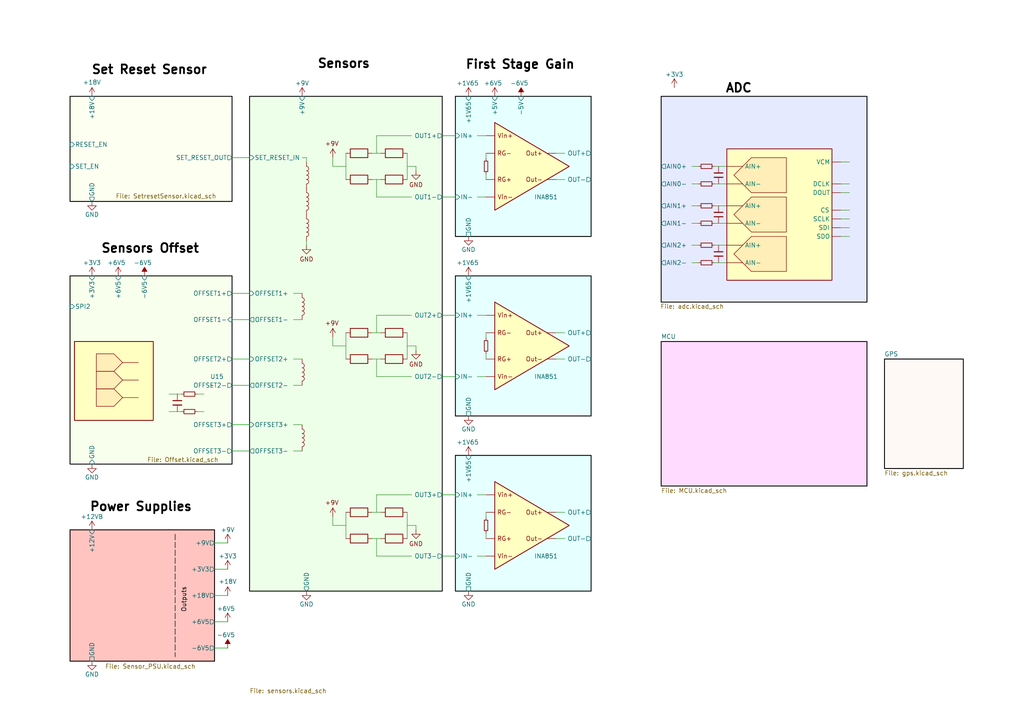
<source format=kicad_sch>
(kicad_sch (version 20250114) (generator "eeschema") (generator_version "9.0")
  (paper "A4")
  (lib_symbols
    (symbol "9V_PSU_2"
      (property "Reference" "U" (at 2.54 -6.604 0))
      (symbol "9V_PSU_2_1_1"
        (rectangle (start -5.08 3.81) (end 5.08 -3.81) (stroke (width 0.254)) (fill (type background)))
        (pin power_in line (at -7.62 0 0) (length 2.54) (name "Vin") (number ""))
        (pin power_out line (at 7.62 0 180) (length 2.54) (name "Vout") (number ""))
      )
    )
    (symbol "DAC_simple_1" (pin_numbers (hide yes)) (pin_names (offset 0) (hide yes)) (in_bom no) (on_board no)
      (property "Reference" "U" (at 1.27 12.7 0))
      (symbol "DAC_simple_1_1_1"
        (rectangle (start -8.89 11.43) (end 13.97 -11.43) (stroke (width 0.254)) (fill (type background)))
        (polyline (pts (xy 2.54 2.794) (xy -2.54 2.794) (xy -2.54 7.874) (xy 2.54 7.874) (xy 5.08 5.334) (xy 2.54 2.794)) (stroke (width 0.1524)) (fill (type color) (color 255 195 154 0.27)))
        (polyline (pts (xy 2.54 -2.286) (xy -2.54 -2.286) (xy -2.54 2.794) (xy 2.54 2.794) (xy 5.08 0.254) (xy 2.54 -2.286)) (stroke (width 0.1524)) (fill (type color) (color 255 195 154 0.27)))
        (polyline (pts (xy 2.54 -7.366) (xy -2.54 -7.366) (xy -2.54 -2.286) (xy 2.54 -2.286) (xy 5.08 -4.826) (xy 2.54 -7.366)) (stroke (width 0.1524)) (fill (type color) (color 255 195 154 0.27)))
        (polyline (pts (xy 5.08 5.334) (xy 9.652 5.334)))
        (polyline (pts (xy 5.08 0.254) (xy 9.652 0.254)))
        (polyline (pts (xy 5.08 -4.826) (xy 9.652 -4.826)))
        (polyline (pts (xy 18.542 -3.81) (xy 22.225 -3.81)) (stroke (width 0) (color 53 146 42 1)))
        (polyline (pts (xy 18.542 -8.89) (xy 22.225 -8.89)) (stroke (width 0) (color 53 146 42 1)))
        (polyline (pts (xy 20.955 -5.715) (xy 20.955 -3.81)))
        (polyline (pts (xy 20.955 -8.89) (xy 20.955 -6.985)))
        (polyline (pts (xy 22.225 -5.715) (xy 19.685 -5.715)) (stroke (width 0.3048)))
        (polyline (pts (xy 22.225 -6.985) (xy 19.685 -6.985)) (stroke (width 0.3048)))
        (polyline (pts (xy 22.86 -3.81) (xy 22.225 -3.81)))
        (polyline (pts (xy 22.86 -8.89) (xy 22.225 -8.89)))
        (rectangle (start 26.035 -4.445) (end 22.86 -3.175) (stroke (width 0.2032)))
        (rectangle (start 26.035 -9.525) (end 22.86 -8.255) (stroke (width 0.2032)))
        (polyline (pts (xy 26.67 -3.81) (xy 26.035 -3.81)))
        (polyline (pts (xy 26.67 -3.81) (xy 28.702 -3.81)) (stroke (width 0) (color 53 146 42 1)))
        (polyline (pts (xy 26.67 -8.89) (xy 26.035 -8.89)))
        (polyline (pts (xy 26.67 -8.89) (xy 28.702 -8.89)) (stroke (width 0) (color 53 146 42 1)))
      )
    )
    (symbol "INA851_simple_1" (pin_numbers (hide yes)) (in_bom no) (on_board no)
      (property "Value" "INA851" (at 11.43 -8.89 0))
      (symbol "INA851_simple_1_0_1"
        (polyline (pts (xy 0 8.89) (xy -2.54 8.89)))
        (polyline (pts (xy 0 3.81) (xy -2.54 3.81)))
        (polyline (pts (xy 0 -3.81) (xy -2.54 -3.81)))
        (polyline (pts (xy 0 -8.89) (xy -2.54 -8.89)))
        (polyline (pts (xy 17.78 3.81) (xy 15.24 3.81)))
        (polyline (pts (xy 17.78 -3.81) (xy 15.24 -3.81)))
      )
      (symbol "INA851_simple_1_1_1"
        (polyline (pts (xy -5.08 8.89) (xy -2.54 8.89)) (stroke (width 0) (color 53 146 42 1)))
        (polyline (pts (xy -5.08 -8.89) (xy -2.54 -8.89)) (stroke (width 0) (color 53 146 42 1)))
        (rectangle (start -3.048 1.524) (end -2.032 -1.524) (stroke (width 0.2032)))
        (polyline (pts (xy -2.54 1.524) (xy -2.54 2.286)))
        (polyline (pts (xy -2.54 -2.286) (xy -2.54 -1.524)))
        (polyline (pts (xy -2.54 -2.286) (xy -2.54 -3.81)) (stroke (width 0) (color 53 146 42 1)))
        (polyline (pts (xy -2.5399 3.81) (xy -2.5399 2.286)) (stroke (width 0) (color 53 146 42 1)))
        (polyline (pts (xy 0 12.7) (xy 21.59 0) (xy 0 -12.7) (xy 0 12.7)) (stroke (width 0.254)) (fill (type background)))
        (polyline (pts (xy 17.78 -3.81) (xy 20.32 -3.81)) (stroke (width 0) (color 53 146 42 1)))
        (polyline (pts (xy 20.32 3.81) (xy 17.78 3.81)) (stroke (width 0) (color 53 146 42 1)))
        (text "RG-" (at 2.794 3.81 0) (effects (font (size 1.27 1.27))))
        (text "RG+" (at 2.794 -3.81 0) (effects (font (size 1.27 1.27))))
        (text "Vin+" (at 3.048 8.89 0) (effects (font (size 1.27 1.27))))
        (text "Vin-" (at 3.048 -8.89 0) (effects (font (size 1.27 1.27))))
        (text "Out+" (at 11.43 3.81 0) (effects (font (size 1.27 1.27))))
        (text "Out-" (at 11.43 -3.81 0) (effects (font (size 1.27 1.27))))
      )
    )
    (symbol "Schematic_custom:+-5V_PSU" (pin_numbers (hide yes)) (in_bom no) (on_board no)
      (property "Reference" "U" (at 0 4.826 0))
      (symbol "+-5V_PSU_1_1"
        (rectangle (start -6.35 3.81) (end 6.35 -3.81) (stroke (width 0.254)) (fill (type background)))
        (pin power_in line (at -8.89 0 0) (length 2.54) (name "Vin") (number ""))
        (pin power_out line (at 8.89 1.27 180) (length 2.54) (name "Vout+") (number ""))
        (pin power_out line (at 8.89 -1.27 180) (length 2.54) (name "Vout-") (number ""))
      )
    )
    (symbol "Schematic_custom:ADC_Simple" (pin_numbers (hide yes)) (in_bom no) (on_board no)
      (symbol "ADC_Simple_1_1"
        (polyline (pts (xy -23.368 13.97) (xy -25.4 13.97)) (stroke (width 0) (color 53 146 42 1)))
        (polyline (pts (xy -23.368 13.97) (xy -22.733 13.97)))
        (polyline (pts (xy -23.368 8.89) (xy -25.4 8.89)) (stroke (width 0) (color 53 146 42 1)))
        (polyline (pts (xy -23.368 8.89) (xy -22.733 8.89)))
        (polyline (pts (xy -23.368 2.54) (xy -25.4 2.54)) (stroke (width 0) (color 53 146 42 1)))
        (polyline (pts (xy -23.368 2.54) (xy -22.733 2.54)))
        (polyline (pts (xy -23.368 -2.54) (xy -25.4 -2.54)) (stroke (width 0) (color 53 146 42 1)))
        (polyline (pts (xy -23.368 -2.54) (xy -22.733 -2.54)))
        (polyline (pts (xy -23.368 -8.89) (xy -25.4 -8.89)) (stroke (width 0) (color 53 146 42 1)))
        (polyline (pts (xy -23.368 -8.89) (xy -22.733 -8.89)))
        (polyline (pts (xy -23.368 -13.97) (xy -25.4 -13.97)) (stroke (width 0) (color 53 146 42 1)))
        (polyline (pts (xy -23.368 -13.97) (xy -22.733 -13.97)))
        (rectangle (start -22.733 14.605) (end -19.558 13.335) (stroke (width 0.2032)))
        (rectangle (start -22.733 9.525) (end -19.558 8.255) (stroke (width 0.2032)))
        (rectangle (start -22.733 3.175) (end -19.558 1.905) (stroke (width 0.2032)))
        (rectangle (start -22.733 -1.905) (end -19.558 -3.175) (stroke (width 0.2032)))
        (rectangle (start -22.733 -8.255) (end -19.558 -9.525) (stroke (width 0.2032)))
        (rectangle (start -22.733 -13.335) (end -19.558 -14.605) (stroke (width 0.2032)))
        (polyline (pts (xy -19.558 13.97) (xy -18.923 13.97)))
        (polyline (pts (xy -19.558 8.89) (xy -18.923 8.89)))
        (polyline (pts (xy -19.558 2.54) (xy -18.923 2.54)))
        (polyline (pts (xy -19.558 -2.54) (xy -18.923 -2.54)))
        (polyline (pts (xy -19.558 -8.89) (xy -18.923 -8.89)))
        (polyline (pts (xy -19.558 -13.97) (xy -18.923 -13.97)))
        (polyline (pts (xy -18.923 12.065) (xy -16.383 12.065)) (stroke (width 0.3048)))
        (polyline (pts (xy -18.923 10.795) (xy -16.383 10.795)) (stroke (width 0.3048)))
        (polyline (pts (xy -18.923 0.635) (xy -16.383 0.635)) (stroke (width 0.3048)))
        (polyline (pts (xy -18.923 -0.635) (xy -16.383 -0.635)) (stroke (width 0.3048)))
        (polyline (pts (xy -18.923 -10.795) (xy -16.383 -10.795)) (stroke (width 0.3048)))
        (polyline (pts (xy -18.923 -12.065) (xy -16.383 -12.065)) (stroke (width 0.3048)))
        (polyline (pts (xy -17.653 13.97) (xy -17.653 12.065)))
        (polyline (pts (xy -17.653 10.795) (xy -17.653 8.89)))
        (polyline (pts (xy -17.653 2.54) (xy -17.653 0.635)))
        (polyline (pts (xy -17.653 -0.635) (xy -17.653 -2.54)))
        (polyline (pts (xy -17.653 -8.89) (xy -17.653 -10.795)))
        (polyline (pts (xy -17.653 -12.065) (xy -17.653 -13.97)))
        (rectangle (start -15.24 19.05) (end 15.24 -19.05) (stroke (width 0.254)) (fill (type background)))
        (polyline (pts (xy -15.24 13.97) (xy -18.923 13.97)) (stroke (width 0) (color 53 146 42 1)))
        (polyline (pts (xy -15.24 8.89) (xy -18.923 8.89)) (stroke (width 0) (color 53 146 42 1)))
        (polyline (pts (xy -15.24 2.54) (xy -18.923 2.54)) (stroke (width 0) (color 53 146 42 1)))
        (polyline (pts (xy -15.24 -2.54) (xy -18.923 -2.54)) (stroke (width 0) (color 53 146 42 1)))
        (polyline (pts (xy -15.24 -8.89) (xy -18.923 -8.89)) (stroke (width 0) (color 53 146 42 1)))
        (polyline (pts (xy -15.24 -13.97) (xy -18.923 -13.97)) (stroke (width 0) (color 53 146 42 1)))
        (polyline (pts (xy -10.668 13.97) (xy -15.24 13.97)))
        (polyline (pts (xy -10.668 8.89) (xy -15.24 8.89)))
        (polyline (pts (xy -10.668 2.54) (xy -15.24 2.54)))
        (polyline (pts (xy -10.668 -2.54) (xy -15.24 -2.54)))
        (polyline (pts (xy -10.668 -8.89) (xy -15.24 -8.89)))
        (polyline (pts (xy -10.668 -13.97) (xy -15.24 -13.97)))
        (polyline (pts (xy -8.128 16.51) (xy 2.032 16.51) (xy 2.032 6.35) (xy -8.128 6.35) (xy -13.208 11.43) (xy -8.128 16.51)) (stroke (width 0.1524)) (fill (type color) (color 255 195 154 0.27)))
        (polyline (pts (xy -8.128 5.08) (xy 2.032 5.08) (xy 2.032 -5.08) (xy -8.128 -5.08) (xy -13.208 0) (xy -8.128 5.08)) (stroke (width 0.1524)) (fill (type color) (color 255 195 154 0.27)))
        (polyline (pts (xy -8.128 -6.35) (xy 2.032 -6.35) (xy 2.032 -16.51) (xy -8.128 -16.51) (xy -13.208 -11.43) (xy -8.128 -6.35)) (stroke (width 0.1524)) (fill (type color) (color 255 195 154 0.27)))
        (polyline (pts (xy 15.24 15.24) (xy 17.78 15.24)))
        (polyline (pts (xy 15.24 8.89) (xy 17.78 8.89)))
        (polyline (pts (xy 15.24 6.35) (xy 17.78 6.35)))
        (polyline (pts (xy 15.24 1.27) (xy 17.78 1.27)))
        (polyline (pts (xy 15.24 -1.27) (xy 17.78 -1.27)))
        (polyline (pts (xy 15.24 -3.81) (xy 17.78 -3.81)))
        (polyline (pts (xy 15.24 -6.35) (xy 17.78 -6.35)))
        (polyline (pts (xy 17.78 15.24) (xy 20.32 15.24)) (stroke (width 0) (color 53 146 42 1)))
        (polyline (pts (xy 17.78 8.89) (xy 20.32 8.89)) (stroke (width 0) (color 53 146 42 1)))
        (polyline (pts (xy 17.78 6.35) (xy 20.32 6.35)) (stroke (width 0) (color 53 146 42 1)))
        (polyline (pts (xy 17.78 1.27) (xy 20.32 1.27)) (stroke (width 0) (color 53 146 42 1)))
        (polyline (pts (xy 17.78 -1.27) (xy 20.32 -1.27)) (stroke (width 0) (color 53 146 42 1)))
        (polyline (pts (xy 17.78 -3.81) (xy 20.32 -3.81)) (stroke (width 0) (color 53 146 42 1)))
        (polyline (pts (xy 17.78 -6.35) (xy 20.32 -6.35)) (stroke (width 0) (color 53 146 42 1)))
        (text "AIN+" (at -7.62 13.97 0) (effects (font (size 1.27 1.27))))
        (text "AIN-" (at -7.62 8.89 0) (effects (font (size 1.27 1.27))))
        (text "AIN+" (at -7.62 2.54 0) (effects (font (size 1.27 1.27))))
        (text "AIN-" (at -7.62 -2.54 0) (effects (font (size 1.27 1.27))))
        (text "AIN+" (at -7.62 -8.89 0) (effects (font (size 1.27 1.27))))
        (text "AIN-" (at -7.62 -13.97 0) (effects (font (size 1.27 1.27))))
        (text "DCLK" (at 12.192 8.89 0) (effects (font (size 1.27 1.27))))
        (text "DOUT" (at 12.192 6.35 0) (effects (font (size 1.27 1.27))))
        (text "SCLK" (at 12.192 -1.27 0) (effects (font (size 1.27 1.27))))
        (text "VCM" (at 12.7 15.24 0) (effects (font (size 1.27 1.27))))
        (text "SDO" (at 12.7 -6.35 0) (effects (font (size 1.27 1.27))))
        (text "SDI" (at 12.954 -3.81 0) (effects (font (size 1.27 1.27))))
        (text "CS" (at 13.208 1.27 0) (effects (font (size 1.27 1.27))))
      )
    )
    (symbol "Schematic_custom:MCU_simple" (pin_numbers (hide yes))
      (symbol "MCU_simple_1_1"
        (rectangle (start -11.43 7.62) (end 11.43 -7.62) (stroke (width 0.254)) (fill (type background)))
        (pin tri_state line (at -13.97 3.81 0) (length 2.54) (name "DOUT") (number ""))
        (pin tri_state line (at -13.97 1.27 0) (length 2.54) (name "DCLK") (number ""))
        (pin tri_state line (at -13.97 -2.54 0) (length 2.54) (name "SPI") (number ""))
        (pin power_in line (at 0 10.16 270) (length 2.54) (name "VDD") (number "1"))
        (pin power_out line (at 0 -10.16 90) (length 2.54) (name "VSS") (number ""))
        (pin tri_state line (at 13.97 0 180) (length 2.54) (name "GPS") (number ""))
      )
    )
    (symbol "Schematic_custom:Offset_strap_simple" (pin_numbers (hide yes)) (pin_names (offset 0) (hide yes)) (in_bom no) (on_board no)
      (property "Reference" "U" (at 3.302 0 0))
      (symbol "Offset_strap_simple_0_1"
        (arc (start 0 2.54) (mid 0.6323 1.905) (end 0 1.27))
        (arc (start 0 1.27) (mid 0.6323 0.635) (end 0 0))
        (arc (start 0 0) (mid 0.6323 -0.635) (end 0 -1.27))
        (arc (start 0 -1.27) (mid 0.6323 -1.905) (end 0 -2.54))
        (polyline (pts (xy 0 2.54) (xy 0 3.81)))
        (polyline (pts (xy 0 -2.54) (xy 0 -3.81)))
      )
      (symbol "Offset_strap_simple_1_1"
        (polyline (pts (xy -2.54 3.81) (xy 0 3.81)) (stroke (width 0) (color 53 146 42 1)))
        (polyline (pts (xy -2.54 -3.81) (xy 0 -3.81)) (stroke (width 0) (color 53 146 42 1)))
      )
    )
    (symbol "Schematic_custom:Set_reset_strap_simple" (pin_numbers (hide yes)) (pin_names (offset 0) (hide yes)) (in_bom no) (on_board no)
      (symbol "Set_reset_strap_simple_0_1"
        (arc (start 0 10.16) (mid 0.6323 9.525) (end 0 8.89))
        (arc (start 0 8.89) (mid 0.6323 8.255) (end 0 7.62))
        (arc (start 0 7.62) (mid 0.6323 6.985) (end 0 6.35))
        (arc (start 0 6.35) (mid 0.6323 5.715) (end 0 5.08))
        (polyline (pts (xy 0 10.16) (xy 0 11.43) (xy 0 10.16)))
        (polyline (pts (xy 0 5.08) (xy 0 3.81)))
        (arc (start 0.0027 2.54) (mid 0.635 1.905) (end 0.0027 1.27))
        (arc (start 0.0027 1.27) (mid 0.635 0.635) (end 0.0027 0))
        (arc (start 0.0027 0) (mid 0.635 -0.635) (end 0.0027 -1.27))
        (arc (start 0.0027 -1.27) (mid 0.635 -1.905) (end 0.0027 -2.54))
        (arc (start 0.0027 -5.08) (mid 0.635 -5.715) (end 0.0027 -6.35))
        (arc (start 0.0027 -6.35) (mid 0.635 -6.985) (end 0.0027 -7.62))
        (arc (start 0.0027 -7.62) (mid 0.635 -8.255) (end 0.0027 -8.89))
        (arc (start 0.0027 -8.89) (mid 0.635 -9.525) (end 0.0027 -10.16))
        (polyline (pts (xy 0 -12.7) (xy 0 -13.97) (xy 1.27 -13.97) (xy 0 -15.24) (xy -1.27 -13.97) (xy 0 -13.97)))
        (polyline (pts (xy 0.0027 2.54) (xy 0.0027 3.81) (xy 0.0027 2.54)))
        (polyline (pts (xy 0.0027 -2.54) (xy 0.0027 -3.81)))
        (polyline (pts (xy 0.0027 -5.08) (xy 0.0027 -3.81) (xy 0.0027 -5.08)))
        (polyline (pts (xy 0.0027 -10.16) (xy 0.0027 -11.43)))
      )
      (symbol "Set_reset_strap_simple_1_1"
        (polyline (pts (xy -1.27 12.7) (xy 0 12.7)) (stroke (width 0) (color 53 146 42 1)))
        (polyline (pts (xy 0 11.43) (xy 0 12.7)) (stroke (width 0) (color 53 146 42 1)))
        (polyline (pts (xy 0 -12.7) (xy 0 -11.43)) (stroke (width 0) (color 53 146 42 1)))
        (text "GND" (at 0 -16.764 0) (effects (font (size 1.27 1.27))))
      )
    )
    (symbol "Schematic_custom:Wheatstone_bridge_simple" (pin_numbers (hide yes)) (pin_names (offset 0) (hide yes)) (in_bom no) (on_board no)
      (property "Reference" "U8" (at 1.016 13.208 0))
      (property "Value" "~" (at 4.064 11.43 0))
      (symbol "Wheatstone_bridge_simple_0_1"
        (polyline (pts (xy -13.462 3.81) (xy -12.7 5.08)))
        (polyline (pts (xy -12.7 5.08) (xy -11.938 3.81)))
        (polyline (pts (xy -12.7 2.54) (xy -12.7 5.08)))
        (polyline (pts (xy 11.43 -1.27) (xy 11.43 -2.54) (xy 12.7 -2.54) (xy 11.43 -3.81) (xy 10.16 -2.54) (xy 11.43 -2.54)))
      )
      (symbol "Wheatstone_bridge_simple_1_1"
        (polyline (pts (xy -12.7 2.54) (xy -12.7 0)) (stroke (width 0) (color 53 146 42 1)))
        (polyline (pts (xy -12.7 0) (xy -8.89 0)) (stroke (width 0) (color 53 146 42 1)))
        (polyline (pts (xy -8.89 3.81) (xy -8.89 -3.81)) (stroke (width 0) (color 53 146 42 1)))
        (polyline (pts (xy -8.89 -3.81) (xy -7.62 -3.81)))
        (rectangle (start -7.62 5.08) (end -2.54 2.54) (stroke (width 0.2286)))
        (polyline (pts (xy -7.62 3.81) (xy -8.89 3.81)))
        (rectangle (start -7.62 -2.54) (end -2.54 -5.08) (stroke (width 0.2286)))
        (polyline (pts (xy -2.54 3.81) (xy -1.27 3.81)))
        (polyline (pts (xy -2.54 -3.81) (xy -1.27 -3.81)))
        (polyline (pts (xy -1.27 3.81) (xy 1.27 3.81)) (stroke (width 0) (color 53 146 42 1)))
        (polyline (pts (xy -1.27 -3.81) (xy 1.27 -3.81)) (stroke (width 0) (color 53 146 42 1)))
        (polyline (pts (xy 0 8.89) (xy 10.16 8.89)) (stroke (width 0) (color 53 146 42 1)))
        (polyline (pts (xy 0 3.81) (xy 0 8.89)) (stroke (width 0) (color 53 146 42 1)))
        (polyline (pts (xy 0 -8.89) (xy 0 -3.81)) (stroke (width 0) (color 53 146 42 1)))
        (polyline (pts (xy 0 -8.89) (xy 10.16 -8.89)) (stroke (width 0) (color 53 146 42 1)))
        (polyline (pts (xy 1.27 3.81) (xy 2.54 3.81)))
        (polyline (pts (xy 1.27 -3.81) (xy 2.54 -3.81)))
        (rectangle (start 2.54 5.08) (end 7.62 2.54) (stroke (width 0.2286)))
        (rectangle (start 2.54 -2.54) (end 7.62 -5.08) (stroke (width 0.2286)))
        (polyline (pts (xy 7.62 3.81) (xy 8.89 3.81)))
        (polyline (pts (xy 7.62 -3.81) (xy 8.89 -3.81)))
        (polyline (pts (xy 8.89 3.81) (xy 8.89 -3.81)) (stroke (width 0) (color 53 146 42 1)))
        (polyline (pts (xy 8.89 0) (xy 11.43 0)) (stroke (width 0) (color 53 146 42 1)))
        (polyline (pts (xy 11.43 -1.27) (xy 11.43 0)) (stroke (width 0) (color 53 146 42 1)))
        (text "+9V" (at -12.954 6.604 0) (effects (font (size 1.27 1.27))))
        (text "GND" (at 11.43 -5.334 0) (effects (font (size 1.27 1.27))))
      )
    )
    (symbol "power:+12V" (power) (pin_numbers (hide yes)) (pin_names (offset 0) (hide yes))
      (property "Value" "+12V" (at 0 3.556 0))
      (symbol "+12V_0_1"
        (polyline (pts (xy -0.762 1.27) (xy 0 2.54)))
        (polyline (pts (xy 0 2.54) (xy 0.762 1.27)))
        (polyline (pts (xy 0 0) (xy 0 2.54)))
      )
      (symbol "+12V_1_1"
        (pin power_in line (at 0 0 90) (length 0) (name "~") (number "1"))
      )
    )
    (symbol "power:+15V" (power) (pin_numbers (hide yes)) (pin_names (offset 0) (hide yes))
      (property "Value" "+15V" (at 0 3.556 0))
      (symbol "+15V_0_1"
        (polyline (pts (xy -0.762 1.27) (xy 0 2.54)))
        (polyline (pts (xy 0 2.54) (xy 0.762 1.27)))
        (polyline (pts (xy 0 0) (xy 0 2.54)))
      )
      (symbol "+15V_1_1"
        (pin power_in line (at 0 0 90) (length 0) (name "~") (number "1"))
      )
    )
    (symbol "power:+1V5" (power) (pin_numbers (hide yes)) (pin_names (offset 0) (hide yes))
      (property "Value" "+1V5" (at 0 3.556 0))
      (symbol "+1V5_0_1"
        (polyline (pts (xy -0.762 1.27) (xy 0 2.54)))
        (polyline (pts (xy 0 2.54) (xy 0.762 1.27)))
        (polyline (pts (xy 0 0) (xy 0 2.54)))
      )
      (symbol "+1V5_1_1"
        (pin power_in line (at 0 0 90) (length 0) (name "~") (number "1"))
      )
    )
    (symbol "power:+3V3" (power) (pin_numbers (hide yes)) (pin_names (offset 0) (hide yes))
      (property "Value" "+3V3" (at 0 3.556 0))
      (symbol "+3V3_0_1"
        (polyline (pts (xy -0.762 1.27) (xy 0 2.54)))
        (polyline (pts (xy 0 2.54) (xy 0.762 1.27)))
        (polyline (pts (xy 0 0) (xy 0 2.54)))
      )
      (symbol "+3V3_1_1"
        (pin power_in line (at 0 0 90) (length 0) (name "~") (number "1"))
      )
    )
    (symbol "power:+5V" (power) (pin_numbers (hide yes)) (pin_names (offset 0) (hide yes))
      (property "Value" "+5V" (at 0 3.556 0))
      (symbol "+5V_0_1"
        (polyline (pts (xy -0.762 1.27) (xy 0 2.54)))
        (polyline (pts (xy 0 2.54) (xy 0.762 1.27)))
        (polyline (pts (xy 0 0) (xy 0 2.54)))
      )
      (symbol "+5V_1_1"
        (pin power_in line (at 0 0 90) (length 0) (name "~") (number "1"))
      )
    )
    (symbol "power:+9V" (power) (pin_numbers (hide yes)) (pin_names (offset 0) (hide yes))
      (property "Value" "+9V" (at 0 3.556 0))
      (symbol "+9V_0_1"
        (polyline (pts (xy -0.762 1.27) (xy 0 2.54)))
        (polyline (pts (xy 0 2.54) (xy 0.762 1.27)))
        (polyline (pts (xy 0 0) (xy 0 2.54)))
      )
      (symbol "+9V_1_1"
        (pin power_in line (at 0 0 90) (length 0) (name "~") (number "1"))
      )
    )
    (symbol "power:-5V" (power) (pin_numbers (hide yes)) (pin_names (offset 0) (hide yes))
      (property "Value" "-5V" (at 0 3.556 0))
      (symbol "-5V_0_0"
        (pin power_in line (at 0 0 90) (length 0) (name "~") (number "1"))
      )
      (symbol "-5V_0_1"
        (polyline (pts (xy 0 0) (xy 0 1.27) (xy 0.762 1.27) (xy 0 2.54) (xy -0.762 1.27) (xy 0 1.27)) (fill (type outline)))
      )
    )
    (symbol "power:GND" (power) (pin_numbers (hide yes)) (pin_names (offset 0) (hide yes))
      (property "Value" "GND" (at 0 -3.81 0))
      (symbol "GND_0_1"
        (polyline (pts (xy 0 0) (xy 0 -1.27) (xy 1.27 -1.27) (xy 0 -2.54) (xy -1.27 -1.27) (xy 0 -1.27)))
      )
      (symbol "GND_1_1"
        (pin power_in line (at 0 0 270) (length 0) (name "~") (number "1"))
      )
    )
  )
  (text "Gain=125" (at 409.702 84.074 0) (effects (font (size 1.27 1.27))))
  (text "Outputs" (at 53.34 173.99 90) (effects (font (size 1.27 1.27) (thickness 0.1588))))
  (wire (pts (xy 52.07 270.51) (xy 52.07 269.24)))
  (wire (pts (xy 62.23 165.1) (xy 66.04 165.1)))
  (wire (pts (xy 52.07 269.24) (xy 49.53 269.24)))
  (wire (pts (xy 62.23 172.72) (xy 66.04 172.72)))
  (wire (pts (xy 67.31 45.72) (xy 72.39 45.72)))
  (polyline (pts (xy 50.8 154.94) (xy 50.8 190.5)) (stroke (width 0) (type dash) (color 0 0 0 1)))
  (wire (pts (xy 62.23 187.96) (xy 66.04 187.96)))
  (wire (pts (xy 421.64 119.38) (xy 438.15 119.38)))
  (wire (pts (xy 62.23 157.48) (xy 66.04 157.48)))
  (wire (pts (xy 52.07 266.7) (xy 49.53 266.7)))
  (wire (pts (xy 67.31 130.81) (xy 72.39 130.81)))
  (wire (pts (xy 128.27 161.29) (xy 132.08 161.29)))
  (wire (pts (xy 421.64 125.73) (xy 438.15 125.73)))
  (wire (pts (xy 429.26 186.69) (xy 426.72 186.69)))
  (wire (pts (xy 128.27 57.15) (xy 132.08 57.15)))
  (wire (pts (xy 67.31 104.14) (xy 72.39 104.14)))
  (wire (pts (xy 67.31 123.19) (xy 72.39 123.19)))
  (wire (pts (xy 29.21 267.97) (xy 31.75 267.97)))
  (wire (pts (xy 421.64 121.92) (xy 438.15 121.92)))
  (wire (pts (xy 29.21 266.7) (xy 29.21 267.97)))
  (wire (pts (xy 408.94 185.42) (xy 408.94 186.69)))
  (wire (pts (xy 52.07 265.43) (xy 52.07 266.7)))
  (wire (pts (xy 128.27 91.44) (xy 132.08 91.44)))
  (wire (pts (xy 67.31 111.76) (xy 72.39 111.76)))
  (wire (pts (xy 67.31 85.09) (xy 72.39 85.09)))
  (wire (pts (xy 408.94 186.69) (xy 411.48 186.69)))
  (wire (pts (xy 128.27 143.51) (xy 132.08 143.51)))
  (wire (pts (xy 128.27 39.37) (xy 132.08 39.37)))
  (wire (pts (xy 67.31 92.71) (xy 72.39 92.71)))
  (wire (pts (xy 429.26 185.42) (xy 429.26 186.69)))
  (wire (pts (xy 62.23 180.34) (xy 66.04 180.34)))
  (wire (pts (xy 128.27 109.22) (xy 132.08 109.22)))
  (symbol (lib_id "power:-5V") (at 66.04 187.96 0) (unit 1)
    (property "Reference" "#PWR04" (effects (hide yes)))
    (property "Value" "-6V5" (at 65.532 184.15 0))
    (property "Description" "Power symbol creates a global label with name \"-5V\"" (effects (hide yes)))
  )
  (symbol (lib_id "power:+15V") (at 26.67 27.94 0) (unit 1)
    (property "Reference" "#PWR062" (effects (hide yes)))
    (property "Value" "+18V" (at 26.67 23.876 0))
    (property "Description" "Power symbol creates a global label with name \"+15V\"" (effects (hide yes)))
  )
  (symbol (lib_id "power:+9V") (at 87.63 27.94 0) (unit 1)
    (property "Reference" "#PWR055" (effects (hide yes)))
    (property "Value" "+9V" (at 87.63 24.13 0))
    (property "Description" "Power symbol creates a global label with name \"+9V\"" (effects (hide yes)))
  )
  (symbol (lib_id "power:GND") (at 26.67 191.77 0) (unit 1)
    (property "Reference" "#PWR041" (effects (hide yes)))
    (property "Value" "GND" (at 26.67 195.58 0))
    (property "Description" "Power symbol creates a global label with name \"GND\" , ground" (effects (hide yes)))
  )
  (symbol (lib_id "power:+9V") (at 66.04 157.48 0) (unit 1)
    (property "Reference" "#PWR02" (effects (hide yes)))
    (property "Value" "+9V" (at 66.04 153.67 0))
    (property "Description" "Power symbol creates a global label with name \"+9V\"" (effects (hide yes)))
  )
  (symbol (lib_id "Schematic_custom:ADC_Simple") (at 226.06 62.23 0) (unit 1) (in_bom no) (on_board no)
    (property "Reference" "XX1" (effects (hide yes)))
    (property "Value" "AD7779" (effects (hide yes)))
  )
  (symbol (lib_id "power:+3V3") (at 66.04 165.1 0) (unit 1)
    (property "Reference" "#PWR05" (effects (hide yes)))
    (property "Value" "+3V3" (at 66.04 161.29 0))
    (property "Description" "Power symbol creates a global label with name \"+3V3\"" (effects (hide yes)))
  )
  (symbol (lib_id "power:+5V") (at 143.51 27.94 0) (unit 1)
    (property "Reference" "#PWR08" (effects (hide yes)))
    (property "Value" "+6V5" (at 143.002 24.13 0))
    (property "Description" "Power symbol creates a global label with name \"+5V\"" (effects (hide yes)))
  )
  (symbol (lib_id "power:+3V3") (at 195.58 25.4 0) (unit 1)
    (property "Reference" "#PWR014" (effects (hide yes)))
    (property "Value" "+3V3" (at 195.58 21.59 0))
    (property "Description" "Power symbol creates a global label with name \"+3V3\"" (effects (hide yes)))
  )
  (symbol (lib_id "Schematic_custom:+-5V_PSU") (at 40.64 267.97 0) (unit 1) (in_bom no) (on_board no)
    (property "Reference" "XX9" (effects (hide yes)))
    (property "Value" "LTC3265" (at 40.64 262.636 0))
  )
  (symbol (lib_id "power:+3V3") (at 429.26 185.42 0) (unit 1)
    (property "Reference" "#PWR017" (effects (hide yes)))
    (property "Value" "+3V3" (at 429.26 181.61 0))
    (property "Description" "Power symbol creates a global label with name \"+3V3\"" (effects (hide yes)))
  )
  (symbol (lib_id "power:+5V") (at 66.04 180.34 0) (unit 1)
    (property "Reference" "#PWR03" (effects (hide yes)))
    (property "Value" "+6V5" (at 65.532 176.53 0))
    (property "Description" "Power symbol creates a global label with name \"+5V\"" (effects (hide yes)))
  )
  (symbol (lib_id "power:GND") (at 135.89 68.58 0) (unit 1)
    (property "Reference" "#PWR046" (effects (hide yes)))
    (property "Value" "GND" (at 135.89 72.39 0))
    (property "Description" "Power symbol creates a global label with name \"GND\" , ground" (effects (hide yes)))
  )
  (symbol (lib_id "power:GND") (at 88.9 171.45 0) (unit 1)
    (property "Reference" "#PWR031" (effects (hide yes)))
    (property "Value" "GND" (at 88.9 175.26 0))
    (property "Description" "Power symbol creates a global label with name \"GND\" , ground" (effects (hide yes)))
  )
  (symbol (lib_id "power:+12V") (at 29.21 266.7 0) (unit 1)
    (property "Reference" "#PWR07" (effects (hide yes)))
    (property "Value" "+12VB" (at 29.21 262.89 0))
    (property "Description" "Power symbol creates a global label with name \"+12V\"" (effects (hide yes)))
  )
  (symbol (lib_id "power:-5V") (at 52.07 270.51 180) (unit 1)
    (property "Reference" "#PWR012" (effects (hide yes)))
    (property "Value" "-5V" (at 52.07 274.32 0))
    (property "Description" "Power symbol creates a global label with name \"-5V\"" (effects (hide yes)))
  )
  (symbol (lib_id "power:+5V") (at 34.29 80.01 0) (unit 1)
    (property "Reference" "#PWR064" (effects (hide yes)))
    (property "Value" "+6V5" (at 33.782 76.2 0))
    (property "Description" "Power symbol creates a global label with name \"+5V\"" (effects (hide yes)))
  )
  (symbol (lib_id "power:+1V5") (at 135.89 80.01 0) (unit 1)
    (property "Reference" "#PWR01" (effects (hide yes)))
    (property "Value" "+1V65" (at 135.636 76.2 0))
    (property "Description" "Power symbol creates a global label with name \"+1V5\"" (effects (hide yes)))
  )
  (symbol (lib_name "INA851_simple_1") (lib_id "Imported_kicad_lib:INA851_simple") (at 143.51 152.4 0) (unit 1) (in_bom no) (on_board no)
    (property "Reference" "XX5" (effects (hide yes)))
    (property "Value" "INA851" (at 154.94 161.29 0) (effects (justify left)))
  )
  (symbol (lib_id "power:GND") (at 26.67 58.42 0) (unit 1)
    (property "Reference" "#PWR016" (effects (hide yes)))
    (property "Value" "GND" (at 26.67 62.23 0))
    (property "Description" "Power symbol creates a global label with name \"GND\" , ground" (effects (hide yes)))
  )
  (symbol (lib_id "power:+1V5") (at 135.89 27.94 0) (unit 1)
    (property "Reference" "#PWR09" (effects (hide yes)))
    (property "Value" "+1V65" (at 135.636 24.13 0))
    (property "Description" "Power symbol creates a global label with name \"+1V5\"" (effects (hide yes)))
  )
  (symbol (lib_id "Schematic_custom:MCU_simple") (at 452.12 123.19 0) (unit 1) (in_bom no) (on_board no)
    (property "Reference" "XX15" (effects (hide yes)))
    (property "Value" "STM32WB/ESP32" (at 461.772 132.588 0))
  )
  (symbol (lib_id "power:GND") (at 26.67 134.62 0) (unit 1)
    (property "Reference" "#PWR015" (effects (hide yes)))
    (property "Value" "GND" (at 26.67 138.43 0))
    (property "Description" "Power symbol creates a global label with name \"GND\" , ground" (effects (hide yes)))
  )
  (symbol (lib_name "DAC_simple_1") (lib_id "Schematic_custom:DAC_simple") (at 30.48 110.49 0) (unit 1) (in_bom no) (on_board no)
    (property "Reference" "U15" (at 60.96 109.2199 0) (effects (justify left)))
    (property "Value" "~" (at 60.96 111.7599 0) (effects (justify left)))
  )
  (symbol (lib_id "Schematic_custom:Offset_strap_simple") (at 87.63 107.95 0) (unit 1) (in_bom no) (on_board no)
    (property "Reference" "U12" (effects (hide yes)))
  )
  (symbol (lib_id "Schematic_custom:Wheatstone_bridge_simple") (at 109.22 48.26 0) (unit 1) (in_bom no) (on_board no)
    (property "Reference" "U8" (effects (hide yes)))
  )
  (symbol (lib_name "9V_PSU_2") (lib_id "Schematic_custom:9V_PSU") (at 419.1 186.69 0) (unit 1) (in_bom no) (on_board no)
    (property "Reference" "XX13" (effects (hide yes)))
    (property "Value" "TPS62177" (at 419.1 181.356 0))
  )
  (symbol (lib_id "power:+3V3") (at 26.67 80.01 0) (unit 1)
    (property "Reference" "#PWR042" (effects (hide yes)))
    (property "Value" "+3V3" (at 26.67 76.2 0))
    (property "Description" "Power symbol creates a global label with name \"+3V3\"" (effects (hide yes)))
  )
  (symbol (lib_id "Schematic_custom:Offset_strap_simple") (at 87.63 88.9 0) (unit 1) (in_bom no) (on_board no)
    (property "Reference" "U11" (effects (hide yes)))
  )
  (symbol (lib_id "Schematic_custom:Offset_strap_simple") (at 87.63 127 0) (unit 1) (in_bom no) (on_board no)
    (property "Reference" "U13" (effects (hide yes)))
  )
  (symbol (lib_id "power:+12V") (at 408.94 185.42 0) (unit 1)
    (property "Reference" "#PWR013" (effects (hide yes)))
    (property "Value" "+12VB" (at 408.94 181.61 0))
    (property "Description" "Power symbol creates a global label with name \"+12V\"" (effects (hide yes)))
  )
  (symbol (lib_id "power:GND") (at 135.89 171.45 0) (unit 1)
    (property "Reference" "#PWR040" (effects (hide yes)))
    (property "Value" "GND" (at 135.89 175.26 0))
    (property "Description" "Power symbol creates a global label with name \"GND\" , ground" (effects (hide yes)))
  )
  (symbol (lib_id "Schematic_custom:Set_reset_strap_simple") (at 88.9 58.42 0) (unit 1) (in_bom no) (on_board no)
    (property "Reference" "U10" (effects (hide yes)))
  )
  (symbol (lib_name "INA851_simple_1") (lib_id "Imported_kicad_lib:INA851_simple") (at 143.51 48.26 0) (unit 1) (in_bom no) (on_board no)
    (property "Reference" "XX8" (effects (hide yes)))
    (property "Value" "INA851" (at 154.94 57.15 0) (effects (justify left)))
  )
  (symbol (lib_id "power:+12V") (at 26.67 153.67 0) (unit 1)
    (property "Reference" "#PWR063" (effects (hide yes)))
    (property "Value" "+12VB" (at 26.67 149.86 0))
    (property "Description" "Power symbol creates a global label with name \"+12V\"" (effects (hide yes)))
  )
  (symbol (lib_id "power:+1V5") (at 135.89 132.08 0) (unit 1)
    (property "Reference" "#PWR039" (effects (hide yes)))
    (property "Value" "+1V65" (at 135.636 128.27 0))
    (property "Description" "Power symbol creates a global label with name \"+1V5\"" (effects (hide yes)))
  )
  (symbol (lib_id "power:+5V") (at 52.07 265.43 0) (unit 1)
    (property "Reference" "#PWR011" (effects (hide yes)))
    (property "Value" "+5V" (at 52.07 261.366 0))
    (property "Description" "Power symbol creates a global label with name \"+5V\"" (effects (hide yes)))
  )
  (symbol (lib_id "power:-5V") (at 41.91 80.01 0) (unit 1)
    (property "Reference" "#PWR065" (effects (hide yes)))
    (property "Value" "-6V5" (at 41.402 76.2 0))
    (property "Description" "Power symbol creates a global label with name \"-5V\"" (effects (hide yes)))
  )
  (symbol (lib_id "Schematic_custom:Wheatstone_bridge_simple") (at 109.22 100.33 0) (unit 1) (in_bom no) (on_board no)
    (property "Reference" "U5" (effects (hide yes)))
  )
  (symbol (lib_id "power:+3V3") (at 452.12 113.03 0) (unit 1)
    (property "Reference" "#PWR018" (effects (hide yes)))
    (property "Value" "+3V3" (at 452.12 109.22 0))
    (property "Description" "Power symbol creates a global label with name \"+3V3\"" (effects (hide yes)))
  )
  (symbol (lib_id "power:+15V") (at 66.04 172.72 0) (unit 1)
    (property "Reference" "#PWR061" (effects (hide yes)))
    (property "Value" "+18V" (at 66.04 168.656 0))
    (property "Description" "Power symbol creates a global label with name \"+15V\"" (effects (hide yes)))
  )
  (symbol (lib_id "power:GND") (at 452.12 133.35 0) (unit 1)
    (property "Reference" "#PWR019" (effects (hide yes)))
    (property "Value" "GND" (at 452.12 137.16 0))
    (property "Description" "Power symbol creates a global label with name \"GND\" , ground" (effects (hide yes)))
  )
  (symbol (lib_id "power:GND") (at 135.89 120.65 0) (unit 1)
    (property "Reference" "#PWR06" (effects (hide yes)))
    (property "Value" "GND" (at 135.89 124.46 0))
    (property "Description" "Power symbol creates a global label with name \"GND\" , ground" (effects (hide yes)))
  )
  (symbol (lib_id "power:-5V") (at 151.13 27.94 0) (unit 1)
    (property "Reference" "#PWR010" (effects (hide yes)))
    (property "Value" "-6V5" (at 150.622 24.13 0))
    (property "Description" "Power symbol creates a global label with name \"-5V\"" (effects (hide yes)))
  )
  (symbol (lib_name "INA851_simple_1") (lib_id "Imported_kicad_lib:INA851_simple") (at 143.51 100.33 0) (unit 1) (in_bom no) (on_board no)
    (property "Reference" "XX2" (effects (hide yes)))
    (property "Value" "INA851" (at 154.94 109.22 0) (effects (justify left)))
  )
  (symbol (lib_id "Schematic_custom:Wheatstone_bridge_simple") (at 109.22 152.4 0) (unit 1) (in_bom no) (on_board no)
    (property "Reference" "U9" (effects (hide yes)))
  )
  (sheet (at 72.39 27.94) (size 55.88 143.51) (stroke (width 0.254) (color 0 0 0 1)) (fill (color 59 255 10 0.0900))
    (property "Sheetname" "Sensors" (at 91.948 19.812 0) (effects (font (size 2.54 2.54) (thickness 0.508) (bold yes)) (justify left bottom)))
    (property "Sheetfile" "sensors.kicad_sch" (at 72.39 199.644 0) (effects (justify left top)))
    (pin "+9V" input (at 87.63 27.94 90))
    (pin "OUT1+" output (at 128.27 39.37 0))
    (pin "OUT1-" output (at 128.27 57.15 0))
    (pin "OFFSET1+" input (at 72.39 85.09 180))
    (pin "OFFSET1-" output (at 72.39 92.71 180))
    (pin "OFFSET2+" input (at 72.39 104.14 180))
    (pin "OFFSET2-" output (at 72.39 111.76 180))
    (pin "OFFSET3+" input (at 72.39 123.19 180))
    (pin "OFFSET3-" output (at 72.39 130.81 180))
    (pin "GND" output (at 88.9 171.45 270))
    (pin "OUT2+" output (at 128.27 91.44 0))
    (pin "OUT2-" output (at 128.27 109.22 0))
    (pin "OUT3+" output (at 128.27 143.51 0))
    (pin "OUT3-" output (at 128.27 161.29 0))
    (pin "SET_RESET_IN" input (at 72.39 45.72 180))
  )
  (sheet (at 20.32 80.01) (size 46.99 54.61) (stroke (width 0.254) (color 0 0 0 1)) (fill (color 176 255 25 0.0800))
    (property "Sheetname" "Sensors Offset" (at 29.21 73.406 0) (effects (font (size 2.54 2.54) (thickness 0.508) (bold yes)) (justify left bottom)))
    (property "Sheetfile" "Offset.kicad_sch" (at 42.672 132.588 0) (effects (justify left top)))
    (pin "OFFSET1-" input (at 67.31 92.71 0))
    (pin "SPI2" input (at 20.32 88.9 180))
    (pin "OFFSET1+" output (at 67.31 85.09 0))
    (pin "OFFSET2+" output (at 67.31 104.14 0))
    (pin "OFFSET2-" output (at 67.31 111.76 0))
    (pin "OFFSET3+" output (at 67.31 123.19 0))
    (pin "OFFSET3-" output (at 67.31 130.81 0))
    (pin "+3V3" input (at 26.67 80.01 90))
    (pin "+6V5" input (at 34.29 80.01 90))
    (pin "-6V5" input (at 41.91 80.01 90))
    (pin "GND" input (at 26.67 134.62 270))
  )
  (sheet (at 191.77 27.94) (size 59.69 59.69) (stroke (width 0.254) (color 0 0 0 1)) (fill (color 0 48 255 0.1000))
    (property "Sheetname" "ADC" (at 210.312 26.924 0) (effects (font (size 2.54 2.54) (thickness 0.508) (bold yes)) (justify left bottom)))
    (property "Sheetfile" "adc.kicad_sch" (at 191.516 88.138 0) (effects (justify left top)))
    (pin "AIN0+" output (at 191.77 48.26 180))
    (pin "AIN0-" output (at 191.77 53.34 180))
    (pin "AIN1+" output (at 191.77 59.69 180))
    (pin "AIN1-" output (at 191.77 64.77 180))
    (pin "AIN2+" output (at 191.77 71.12 180))
    (pin "AIN2-" output (at 191.77 76.2 180))
  )
  (sheet (at 396.24 166.37) (size 44.45 38.1) (stroke (width 0.254) (color 0 0 0 1)) (fill (color 255 15 0 0.1000))
    (property "Sheetname" "Digital Power Supply" (at 397.256 165.1 0) (effects (font (size 2.54 2.54) (thickness 0.508) (bold yes)) (justify left bottom)))
    (property "Sheetfile" "Digital_PSU.kicad_sch" (at 396.24 205.1054 0) (effects (justify left top)))
  )
  (sheet (at 20.32 27.94) (size 46.99 30.48) (stroke (width 0.254) (color 0 0 0 1)) (fill (color 230 255 0 0.0600))
    (property "Sheetname" "Set Reset Sensor" (at 26.416 21.59 0) (effects (font (size 2.54 2.54) (thickness 0.508) (bold yes)) (justify left bottom)))
    (property "Sheetfile" "SetresetSensor.kicad_sch" (at 33.528 56.134 0) (effects (justify left top)))
    (pin "+18V" input (at 26.67 27.94 90))
    (pin "GND" output (at 26.67 58.42 270))
    (pin "RESET_EN" input (at 20.32 41.91 180))
    (pin "SET_EN" input (at 20.32 48.26 180))
    (pin "SET_RESET_OUT" output (at 67.31 45.72 0))
  )
  (sheet (at 132.08 132.08) (size 39.37 39.37) (stroke (width 0.254) (color 0 0 0 1)) (fill (color 0 255 251 0.1000))
    (property "Sheetname" "First Stage Gain2" (effects (hide yes)))
    (property "Sheetfile" "gain.kicad_sch" (effects (hide yes)))
    (pin "+1V65" input (at 135.89 132.08 90))
    (pin "GND" passive (at 135.89 171.45 270))
    (pin "IN+" input (at 132.08 143.51 180))
    (pin "IN-" input (at 132.08 161.29 180))
    (pin "OUT+" output (at 171.45 148.59 0))
    (pin "OUT-" output (at 171.45 156.21 0))
  )
  (sheet (at 429.26 104.14) (size 45.72 38.1) (stroke (width 0.254) (color 0 0 0 1)) (fill (color 255 0 229 0.1000))
    (property "Sheetname" "MCU + data" (at 441.198 103.378 0) (effects (font (size 2.54 2.54) (thickness 0.508) (bold yes)) (justify left bottom)))
    (property "Sheetfile" "controller.kicad_sch" (at 429.26 142.8754 0) (effects (justify left top)))
  )
  (sheet (at 132.08 27.94) (size 39.37 40.64) (stroke (width 0.254) (color 0 0 0 1)) (fill (color 0 255 251 0.1000))
    (property "Sheetname" "First Stage Gain" (at 134.874 20.066 0) (effects (font (size 2.54 2.54) (thickness 0.508) (bold yes)) (justify left bottom)))
    (property "Sheetfile" "gain.kicad_sch" (effects (hide yes)))
    (pin "+1V65" input (at 135.89 27.94 90))
    (pin "-5V" input (at 151.13 27.94 90))
    (pin "GND" passive (at 135.89 68.58 270))
    (pin "IN+" input (at 132.08 39.37 180))
    (pin "IN-" input (at 132.08 57.15 180))
    (pin "+5V" input (at 143.51 27.94 90))
    (pin "OUT+" output (at 171.45 44.45 0))
    (pin "OUT-" output (at 171.45 52.07 0))
  )
  (sheet (at 20.32 247.65) (size 39.37 38.1) (stroke (width 0.254) (color 0 0 0 1)) (fill (color 255 146 0 0.1300))
    (property "Sheetname" "INA851 Power Supply" (at 19.558 246.634 0) (effects (font (size 2.54 2.54) (thickness 0.508) (bold yes)) (justify left bottom)))
    (property "Sheetfile" "INA851_PSU.kicad_sch" (at 20.32 286.3854 0) (effects (justify left top)))
  )
  (sheet (at 20.32 153.67) (size 41.91 38.1) (stroke (width 0.254) (color 0 0 0 1)) (fill (color 255 23 7 0.2500))
    (property "Sheetname" "Power Supplies" (at 25.908 148.336 0) (effects (font (size 2.54 2.54) (thickness 0.508) (bold yes)) (justify left bottom)))
    (property "Sheetfile" "Sensor_PSU.kicad_sch" (at 30.48 192.532 0) (effects (justify left top)))
    (pin "+12V" input (at 26.67 153.67 90))
    (pin "GND" passive (at 26.67 191.77 270))
    (pin "+3V3" output (at 62.23 165.1 0))
    (pin "+6V5" output (at 62.23 180.34 0))
    (pin "+9V" output (at 62.23 157.48 0))
    (pin "+18V" output (at 62.23 172.72 0))
    (pin "-6V5" output (at 62.23 187.96 0))
  )
  (sheet (at 256.54 104.14) (size 22.86 31.75) (stroke (width 0.254) (color 0 0 0 1)) (fill (color 255 133 67 0.0500))
    (property "Sheetname" "GPS" (at 256.54 103.4284 0) (effects (justify left bottom)))
    (property "Sheetfile" "gps.kicad_sch" (at 256.54 136.4746 0) (effects (justify left top)))
  )
  (sheet (at 132.08 80.01) (size 39.37 40.64) (stroke (width 0.254) (color 0 0 0 1)) (fill (color 0 255 251 0.1000))
    (property "Sheetname" "First Stage Gain1" (effects (hide yes)))
    (property "Sheetfile" "gain.kicad_sch" (effects (hide yes)))
    (pin "+1V65" input (at 135.89 80.01 90))
    (pin "GND" passive (at 135.89 120.65 270))
    (pin "IN+" input (at 132.08 91.44 180))
    (pin "IN-" input (at 132.08 109.22 180))
    (pin "OUT+" output (at 171.45 96.52 0))
    (pin "OUT-" output (at 171.45 104.14 0))
  )
  (sheet (at 191.77 99.06) (size 59.69 41.91) (stroke (width 0.254) (color 0 0 0 1)) (fill (color 255 2 252 0.1400))
    (property "Sheetname" "MCU" (at 191.77 98.3484 0) (effects (justify left bottom)))
    (property "Sheetfile" "MCU.kicad_sch" (at 191.77 141.5546 0) (effects (justify left top)))
  )
)
</source>
